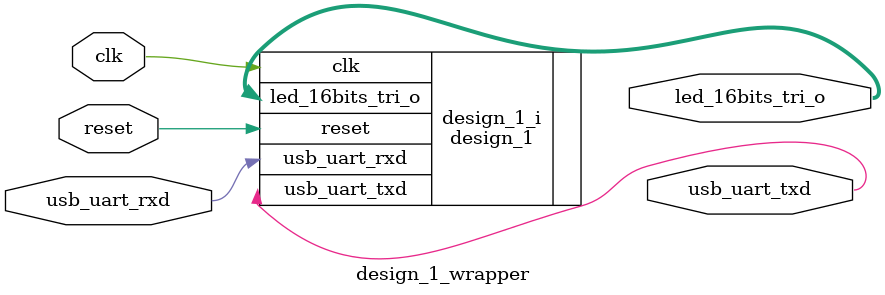
<source format=v>
`timescale 1 ps / 1 ps

module design_1_wrapper
   (clk,
    led_16bits_tri_o,
    reset,
    usb_uart_rxd,
    usb_uart_txd);
  input clk;
  output [15:0]led_16bits_tri_o;
  input reset;
  input usb_uart_rxd;
  output usb_uart_txd;

  wire clk;
  wire [15:0]led_16bits_tri_o;
  wire reset;
  wire usb_uart_rxd;
  wire usb_uart_txd;

  design_1 design_1_i
       (.clk(clk),
        .led_16bits_tri_o(led_16bits_tri_o),
        .reset(reset),
        .usb_uart_rxd(usb_uart_rxd),
        .usb_uart_txd(usb_uart_txd));
endmodule

</source>
